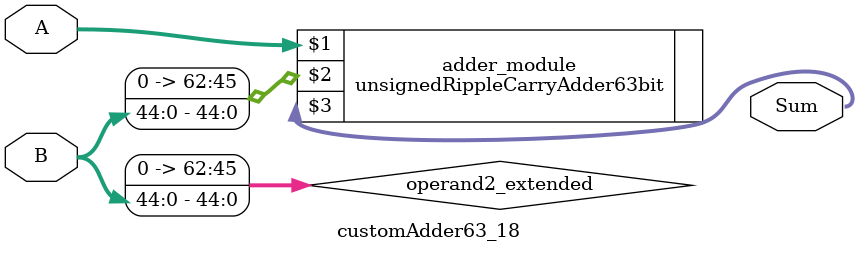
<source format=v>
module customAdder63_18(
                        input [62 : 0] A,
                        input [44 : 0] B,
                        
                        output [63 : 0] Sum
                );

        wire [62 : 0] operand2_extended;
        
        assign operand2_extended =  {18'b0, B};
        
        unsignedRippleCarryAdder63bit adder_module(
            A,
            operand2_extended,
            Sum
        );
        
        endmodule
        
</source>
